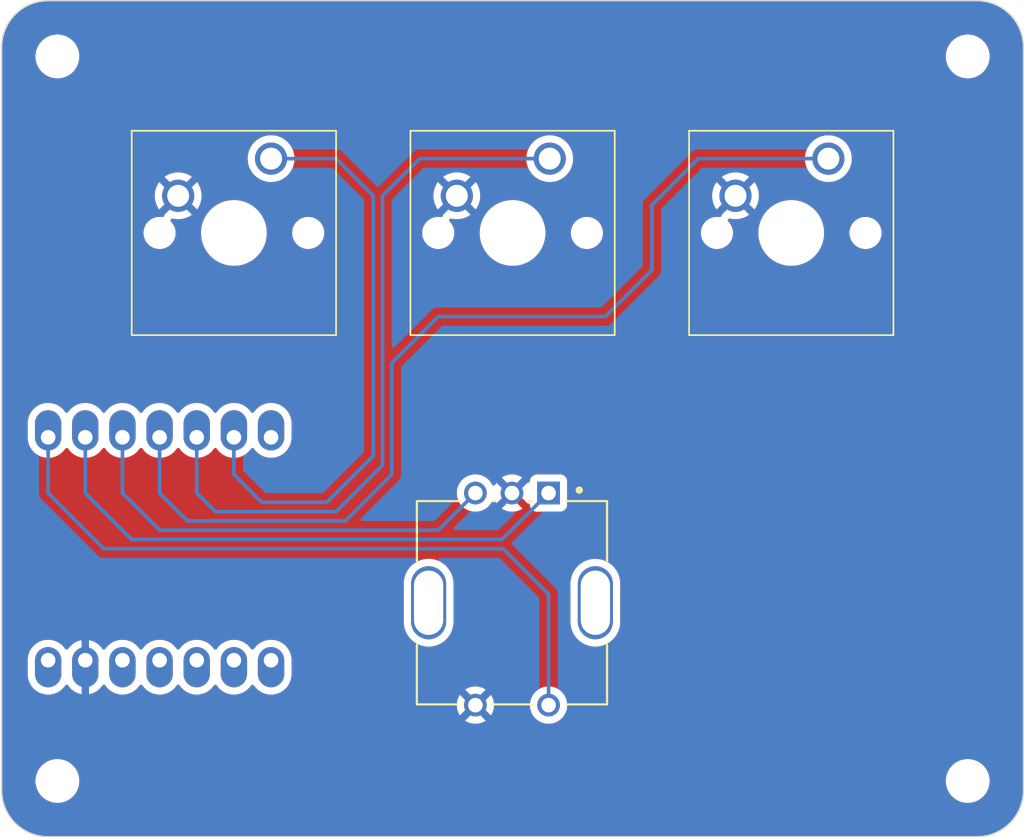
<source format=kicad_pcb>
(kicad_pcb (version 20221018) (generator pcbnew)
  (layers (0 "F.Cu" signal) (31 "B.Cu" signal) (34 "B.Paste" user) (35 "F.Paste" user) (36 "B.SilkS" user "B.Silkscreen") (37 "F.SilkS" user "F.Silkscreen") (38 "B.Mask" user) (39 "F.Mask" user) (44 "Edge.Cuts" user))
  (net 0 "")
  (net 1 "ROT_A")
  (net 2 "ROT_B")
  (net 3 "GND")
  (net 4 "SW_2")
  (net 5 "SW_3")
  (net 6 "SW_4")
  (net 7 "ROT_SW")
  (footprint "MountingHole:MountingHole_2.5mm" (layer "F.Cu") (at 133.985 40.64)
    (fp_text reference "H1" hide)
    (fp_text value "MountingHole" hide)
    (pad "" np_thru_hole circle (at 0 0) (size 2.5 2.5) (drill 2.5) (layers "*.Cu" "*.Mask"))
  )
  (footprint "giga_pad_library:SW_Cherry_MX_1.00u_PCB" (layer "F.Cu") (at 124.46 47.625)
    (fp_text reference "SW2" hide)
    (fp_text value "SW_Push" hide)
    (fp_line (start -9.525 -1.905) (end 4.445 -1.905) (stroke (width 0.12)) (layer "F.SilkS"))
    (fp_line (start -9.525 12.065) (end -9.525 -1.905) (stroke (width 0.12)) (layer "F.SilkS"))
    (fp_line (start 4.445 -1.905) (end 4.445 12.065) (stroke (width 0.12)) (layer "F.SilkS"))
    (fp_line (start 4.445 12.065) (end -9.525 12.065) (stroke (width 0.12)) (layer "F.SilkS"))
    (pad "" np_thru_hole circle (at -7.62 5.08) (size 1.7 1.7) (drill 1.7) (layers "*.Cu" "*.Mask"))
    (pad "" np_thru_hole circle (at -2.54 5.08) (size 4 4) (drill 4) (layers "*.Cu" "*.Mask"))
    (pad "" np_thru_hole circle (at 2.54 5.08) (size 1.7 1.7) (drill 1.7) (layers "*.Cu" "*.Mask"))
    (pad "1" thru_hole circle (at 0 0) (size 2.2 2.2) (drill 1.5) (layers "*.Cu" "*.Mask") (net 4 "SW_2"))
    (pad "2" thru_hole circle (at -6.35 2.54) (size 2.2 2.2) (drill 1.5) (layers "*.Cu" "*.Mask") (net 3 "GND"))
  )
  (footprint "giga_pad_library:SW_Cherry_MX_1.00u_PCB" (layer "F.Cu") (at 105.41 47.625)
    (fp_text reference "SW3" hide)
    (fp_text value "SW_Push" hide)
    (fp_line (start -9.525 -1.905) (end 4.445 -1.905) (stroke (width 0.12)) (layer "F.SilkS"))
    (fp_line (start -9.525 12.065) (end -9.525 -1.905) (stroke (width 0.12)) (layer "F.SilkS"))
    (fp_line (start 4.445 -1.905) (end 4.445 12.065) (stroke (width 0.12)) (layer "F.SilkS"))
    (fp_line (start 4.445 12.065) (end -9.525 12.065) (stroke (width 0.12)) (layer "F.SilkS"))
    (pad "" np_thru_hole circle (at -7.62 5.08) (size 1.7 1.7) (drill 1.7) (layers "*.Cu" "*.Mask"))
    (pad "" np_thru_hole circle (at -2.54 5.08) (size 4 4) (drill 4) (layers "*.Cu" "*.Mask"))
    (pad "" np_thru_hole circle (at 2.54 5.08) (size 1.7 1.7) (drill 1.7) (layers "*.Cu" "*.Mask"))
    (pad "1" thru_hole circle (at 0 0) (size 2.2 2.2) (drill 1.5) (layers "*.Cu" "*.Mask") (net 5 "SW_3"))
    (pad "2" thru_hole circle (at -6.35 2.54) (size 2.2 2.2) (drill 1.5) (layers "*.Cu" "*.Mask") (net 3 "GND"))
  )
  (footprint "MountingHole:MountingHole_2.5mm" (layer "F.Cu") (at 133.985 90.17)
    (fp_text reference "H4" hide)
    (fp_text value "MountingHole" hide)
    (pad "" np_thru_hole circle (at 0 0) (size 2.5 2.5) (drill 2.5) (layers "*.Cu" "*.Mask"))
  )
  (footprint "giga_pad_library:SW_Cherry_MX_1.00u_PCB" (layer "F.Cu") (at 86.36 47.625)
    (fp_text reference "SW4" hide)
    (fp_text value "SW_Push" hide)
    (fp_line (start -9.525 -1.905) (end 4.445 -1.905) (stroke (width 0.12)) (layer "F.SilkS"))
    (fp_line (start -9.525 12.065) (end -9.525 -1.905) (stroke (width 0.12)) (layer "F.SilkS"))
    (fp_line (start 4.445 -1.905) (end 4.445 12.065) (stroke (width 0.12)) (layer "F.SilkS"))
    (fp_line (start 4.445 12.065) (end -9.525 12.065) (stroke (width 0.12)) (layer "F.SilkS"))
    (pad "" np_thru_hole circle (at -7.62 5.08) (size 1.7 1.7) (drill 1.7) (layers "*.Cu" "*.Mask"))
    (pad "" np_thru_hole circle (at -2.54 5.08) (size 4 4) (drill 4) (layers "*.Cu" "*.Mask"))
    (pad "" np_thru_hole circle (at 2.54 5.08) (size 1.7 1.7) (drill 1.7) (layers "*.Cu" "*.Mask"))
    (pad "1" thru_hole circle (at 0 0) (size 2.2 2.2) (drill 1.5) (layers "*.Cu" "*.Mask") (net 6 "SW_4"))
    (pad "2" thru_hole circle (at -6.35 2.54) (size 2.2 2.2) (drill 1.5) (layers "*.Cu" "*.Mask") (net 3 "GND"))
  )
  (footprint "MountingHole:MountingHole_2.5mm" (layer "F.Cu") (at 71.755 90.17)
    (fp_text reference "H3" hide)
    (fp_text value "MountingHole" hide)
    (pad "" np_thru_hole circle (at 0 0) (size 2.5 2.5) (drill 2.5) (layers "*.Cu" "*.Mask"))
  )
  (footprint "MountingHole:MountingHole_2.5mm" (layer "F.Cu") (at 71.755 40.64)
    (fp_text reference "H2" hide)
    (fp_text value "MountingHole" hide)
    (pad "" np_thru_hole circle (at 0 0) (size 2.5 2.5) (drill 2.5) (layers "*.Cu" "*.Mask"))
  )
  (footprint "giga_pad_library:Bourns-PEC11R-4220F-S0024-0-0-0" (layer "F.Cu") (at 102.83 77.985 180)
    (fp_text reference "SW1" hide)
    (fp_text value "RotaryEncoder_Switch" hide)
    (fp_line (start -6.5 -6.95) (end -3.65 -6.95) (stroke (width 0.15)) (layer "F.SilkS"))
    (fp_line (start -6.5 -2.875) (end -6.5 -6.95) (stroke (width 0.15)) (layer "F.SilkS"))
    (fp_line (start -6.5 6.95) (end -6.5 2.875) (stroke (width 0.15)) (layer "F.SilkS"))
    (fp_line (start -6.5 6.95) (end -3.65 6.95) (stroke (width 0.15)) (layer "F.SilkS"))
    (fp_line (start -1.35 -6.95) (end 1.35 -6.95) (stroke (width 0.15)) (layer "F.SilkS"))
    (fp_line (start -1.35 6.95) (end -1.15 6.95) (stroke (width 0.15)) (layer "F.SilkS"))
    (fp_line (start 1.15 6.95) (end 1.35 6.95) (stroke (width 0.15)) (layer "F.SilkS"))
    (fp_line (start 3.65 -6.95) (end 6.5 -6.95) (stroke (width 0.15)) (layer "F.SilkS"))
    (fp_line (start 3.65 6.95) (end 6.5 6.95) (stroke (width 0.15)) (layer "F.SilkS"))
    (fp_line (start 6.5 -2.875) (end 6.5 -6.95) (stroke (width 0.15)) (layer "F.SilkS"))
    (fp_line (start 6.5 6.95) (end 6.5 2.875) (stroke (width 0.15)) (layer "F.SilkS"))
    (fp_circle (center -4.6 7.7) (end -4.475 7.7) (stroke (width 0.25)) (fill none) (layer "F.SilkS"))
    (pad "1" thru_hole circle (at -2.5 -7 180) (size 1.55 1.55) (drill 1) (layers "*.Cu" "*.Mask") (net 7 "ROT_SW"))
    (pad "2" thru_hole circle (at 2.5 -7 180) (size 1.55 1.55) (drill 1) (layers "*.Cu" "*.Mask") (net 3 "GND"))
    (pad "3" thru_hole roundrect (at -5.7 0 180) (size 2.4 5) (drill oval 2 4.4) (layers "*.Cu" "*.Mask") (roundrect_rratio 0.5))
    (pad "4" thru_hole roundrect (at 5.7 0 180) (size 2.4 5) (drill oval 2 4.4) (layers "*.Cu" "*.Mask") (roundrect_rratio 0.5))
    (pad "A" thru_hole rect (at -2.5 7.5 180) (size 1.55 1.55) (drill 1) (layers "*.Cu" "*.Mask") (net 1 "ROT_A"))
    (pad "B" thru_hole circle (at 2.5 7.5 180) (size 1.55 1.55) (drill 1) (layers "*.Cu" "*.Mask") (net 2 "ROT_B"))
    (pad "C" thru_hole circle (at 0 7.5 180) (size 1.55 1.55) (drill 1) (layers "*.Cu" "*.Mask") (net 3 "GND"))
  )
  (footprint "giga_pad_library:xiao-tht" (layer "B.Cu") (at 78.74 74.295 -90)
    (fp_text reference "U1" hide)
    (fp_text value "SeeeduinoXIAO" hide)
    (pad "1" thru_hole oval (at -7.62 7.62 270) (size 2.75 1.8) (drill 1 (offset -0.475 0)) (layers "*.Cu" "*.Mask") (net 7 "ROT_SW"))
    (pad "2" thru_hole oval (at -7.62 5.08 270) (size 2.75 1.8) (drill 1 (offset -0.475 0)) (layers "*.Cu" "*.Mask") (net 1 "ROT_A"))
    (pad "3" thru_hole oval (at -7.62 2.54 270) (size 2.75 1.8) (drill 1 (offset -0.475 0)) (layers "*.Cu" "*.Mask") (net 2 "ROT_B"))
    (pad "4" thru_hole oval (at -7.62 0 270) (size 2.75 1.8) (drill 1 (offset -0.475 0)) (layers "*.Cu" "*.Mask") (net 4 "SW_2"))
    (pad "5" thru_hole oval (at -7.62 -2.54 270) (size 2.75 1.8) (drill 1 (offset -0.475 0)) (layers "*.Cu" "*.Mask") (net 5 "SW_3"))
    (pad "6" thru_hole oval (at -7.62 -5.08 270) (size 2.75 1.8) (drill 1 (offset -0.475 0)) (layers "*.Cu" "*.Mask") (net 6 "SW_4"))
    (pad "7" thru_hole oval (at -7.62 -7.62 270) (size 2.75 1.8) (drill 1 (offset -0.475 0)) (layers "*.Cu" "*.Mask"))
    (pad "8" thru_hole oval (at 7.62 -7.62 90) (size 2.75 1.8) (drill 1 (offset -0.475 0)) (layers "*.Cu" "*.Mask"))
    (pad "9" thru_hole oval (at 7.62 -5.08 90) (size 2.75 1.8) (drill 1 (offset -0.475 0)) (layers "*.Cu" "*.Mask"))
    (pad "10" thru_hole oval (at 7.62 -2.54 90) (size 2.75 1.8) (drill 1 (offset -0.475 0)) (layers "*.Cu" "*.Mask"))
    (pad "11" thru_hole oval (at 7.62 0 90) (size 2.75 1.8) (drill 1 (offset -0.475 0)) (layers "*.Cu" "*.Mask"))
    (pad "12" thru_hole oval (at 7.62 2.54 90) (size 2.75 1.8) (drill 1 (offset -0.475 0)) (layers "*.Cu" "*.Mask"))
    (pad "13" thru_hole oval (at 7.62 5.08 90) (size 2.75 1.8) (drill 1 (offset -0.475 0)) (layers "*.Cu" "*.Mask") (net 3 "GND"))
    (pad "14" thru_hole oval (at 7.62 7.62 90) (size 2.75 1.8) (drill 1 (offset -0.475 0)) (layers "*.Cu" "*.Mask"))
  )
  (gr_line (start 71.12 93.98) (end 134.62 93.98) (stroke (width 0.1)) (layer "Edge.Cuts"))
  (gr_line (start 67.945 87.63) (end 67.945 90.805) (stroke (width 0.1)) (layer "Edge.Cuts"))
  (gr_line (start 67.945 40.005) (end 67.945 87.63) (stroke (width 0.1)) (layer "Edge.Cuts"))
  (gr_line (start 134.62 36.83) (end 132.08 36.83) (stroke (width 0.1)) (layer "Edge.Cuts"))
  (gr_line (start 137.795 40.005) (end 137.795 90.805) (stroke (width 0.1)) (layer "Edge.Cuts"))
  (gr_arc (start 137.795 90.805) (mid 136.865064 93.050064) (end 134.62 93.98) (stroke (width 0.1)) (layer "Edge.Cuts"))
  (gr_arc (start 71.12 93.98) (mid 68.874936 93.050064) (end 67.945 90.805) (stroke (width 0.1)) (layer "Edge.Cuts"))
  (gr_line (start 132.08 36.83) (end 71.12 36.83) (stroke (width 0.1)) (layer "Edge.Cuts"))
  (gr_arc (start 134.62 36.83) (mid 136.865064 37.759936) (end 137.795 40.005) (stroke (width 0.1)) (layer "Edge.Cuts"))
  (gr_arc (start 67.945 40.005) (mid 68.874936 37.759936) (end 71.12 36.83) (stroke (width 0.1)) (layer "Edge.Cuts"))
  (segment (start 102.155 73.66) (end 105.33 70.485) (width 0.25) (layer "B.Cu") (net 1))
  (segment (start 73.66 70.485) (end 76.835 73.66) (width 0.25) (layer "B.Cu") (net 1))
  (segment (start 76.835 73.66) (end 102.155 73.66) (width 0.25) (layer "B.Cu") (net 1))
  (segment (start 73.66 66.675) (end 73.66 70.485) (width 0.25) (layer "B.Cu") (net 1))
  (segment (start 78.74 73.025) (end 97.79 73.025) (width 0.25) (layer "B.Cu") (net 2))
  (segment (start 76.2 70.485) (end 78.74 73.025) (width 0.25) (layer "B.Cu") (net 2))
  (segment (start 97.79 73.025) (end 100.33 70.485) (width 0.25) (layer "B.Cu") (net 2))
  (segment (start 76.2 66.675) (end 76.2 70.485) (width 0.25) (layer "B.Cu") (net 2))
  (segment (start 94.615 69.215) (end 94.615 61.595) (width 0.25) (layer "B.Cu") (net 4))
  (segment (start 80.645 72.39) (end 91.44 72.39) (width 0.25) (layer "B.Cu") (net 4))
  (segment (start 112.395 55.245) (end 112.395 50.8) (width 0.25) (layer "B.Cu") (net 4))
  (segment (start 91.44 72.39) (end 94.615 69.215) (width 0.25) (layer "B.Cu") (net 4))
  (segment (start 115.57 47.625) (end 124.46 47.625) (width 0.25) (layer "B.Cu") (net 4))
  (segment (start 112.395 50.8) (end 115.57 47.625) (width 0.25) (layer "B.Cu") (net 4))
  (segment (start 78.74 70.485) (end 80.645 72.39) (width 0.25) (layer "B.Cu") (net 4))
  (segment (start 78.74 66.675) (end 78.74 70.485) (width 0.25) (layer "B.Cu") (net 4))
  (segment (start 97.79 58.42) (end 109.22 58.42) (width 0.25) (layer "B.Cu") (net 4))
  (segment (start 109.22 58.42) (end 112.395 55.245) (width 0.25) (layer "B.Cu") (net 4))
  (segment (start 94.615 61.595) (end 97.79 58.42) (width 0.25) (layer "B.Cu") (net 4))
  (segment (start 81.28 66.675) (end 81.28 70.485) (width 0.25) (layer "B.Cu") (net 5))
  (segment (start 93.98 50.165) (end 96.52 47.625) (width 0.25) (layer "B.Cu") (net 5))
  (segment (start 90.805 71.755) (end 93.98 68.58) (width 0.25) (layer "B.Cu") (net 5))
  (segment (start 81.28 70.485) (end 82.55 71.755) (width 0.25) (layer "B.Cu") (net 5))
  (segment (start 82.55 71.755) (end 90.805 71.755) (width 0.25) (layer "B.Cu") (net 5))
  (segment (start 93.98 68.58) (end 93.98 50.165) (width 0.25) (layer "B.Cu") (net 5))
  (segment (start 96.52 47.625) (end 105.41 47.625) (width 0.25) (layer "B.Cu") (net 5))
  (segment (start 85.725 71.12) (end 83.82 69.215) (width 0.25) (layer "B.Cu") (net 6))
  (segment (start 83.82 69.215) (end 83.82 66.675) (width 0.25) (layer "B.Cu") (net 6))
  (segment (start 90.805 47.625) (end 93.345 50.165) (width 0.25) (layer "B.Cu") (net 6))
  (segment (start 93.345 67.945) (end 90.17 71.12) (width 0.25) (layer "B.Cu") (net 6))
  (segment (start 86.36 47.625) (end 90.805 47.625) (width 0.25) (layer "B.Cu") (net 6))
  (segment (start 90.17 71.12) (end 85.725 71.12) (width 0.25) (layer "B.Cu") (net 6))
  (segment (start 93.345 50.165) (end 93.345 67.945) (width 0.25) (layer "B.Cu") (net 6))
  (segment (start 105.33 77.39) (end 105.33 77.55) (width 0.25) (layer "B.Cu") (net 7))
  (segment (start 74.93 74.295) (end 102.235 74.295) (width 0.25) (layer "B.Cu") (net 7))
  (segment (start 102.235 74.295) (end 105.33 77.39) (width 0.25) (layer "B.Cu") (net 7))
  (segment (start 71.12 66.675) (end 71.12 70.485) (width 0.25) (layer "B.Cu") (net 7))
  (segment (start 71.12 70.485) (end 74.93 74.295) (width 0.25) (layer "B.Cu") (net 7))
  (segment (start 105.33 77.55) (end 105.33 84.985) (width 0.25) (layer "B.Cu") (net 7))
  (zone (net 3) (net_name "GND") (layer "F.Cu") (connect_pads (clearance 0.5)) (min_thickness 0.25) (fill yes (thermal_gap 0.5) (thermal_bridge_width 0.5))
    (polygon (pts (xy 67.945 36.83) (xy 137.795 36.83) (xy 137.795 93.98) (xy 67.945 93.98)))
  )
  (zone (net 3) (net_name "GND") (layer "B.Cu") (priority 1) (connect_pads (clearance 0.5)) (min_thickness 0.25) (fill yes (thermal_gap 0.5) (thermal_bridge_width 0.5))
    (polygon (pts (xy 67.945 36.83) (xy 137.795 36.83) (xy 137.795 93.98) (xy 67.945 93.98)))
  )
)
</source>
